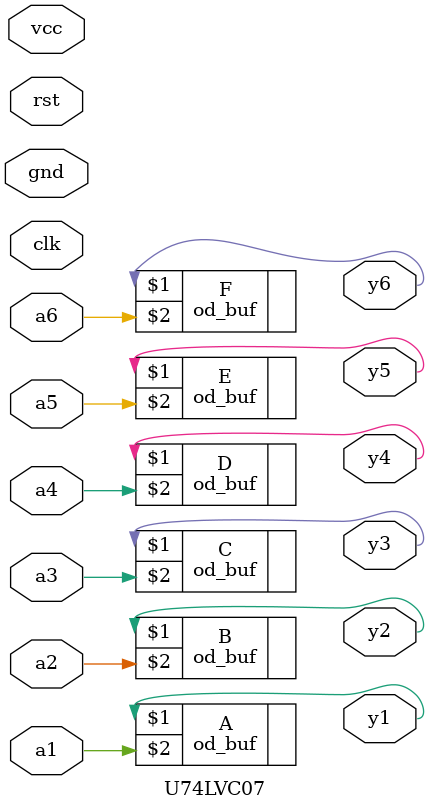
<source format=v>
`timescale 1ns/1ps
`default_nettype none

module U74LVC07(a1, y1, a2, y2, a3, y3, gnd, y4, a4, y5, a5, y6, a6, vcc, rst, clk);
    localparam delay = 2;
    localparam od_value = 1'b1;
    input wire vcc, gnd, rst, clk;
    input wire a1, a2, a3, a4, a5, a6;
    output wire y1, y2, y3, y4, y5, y6;

    od_buf #(delay, od_value) A(y1, a1);
    od_buf #(delay, od_value) B(y2, a2);
    od_buf #(delay, od_value) C(y3, a3);
    od_buf #(delay, od_value) D(y4, a4);
    od_buf #(delay, od_value) E(y5, a5);
    od_buf #(delay, od_value) F(y6, a6);
endmodule

</source>
